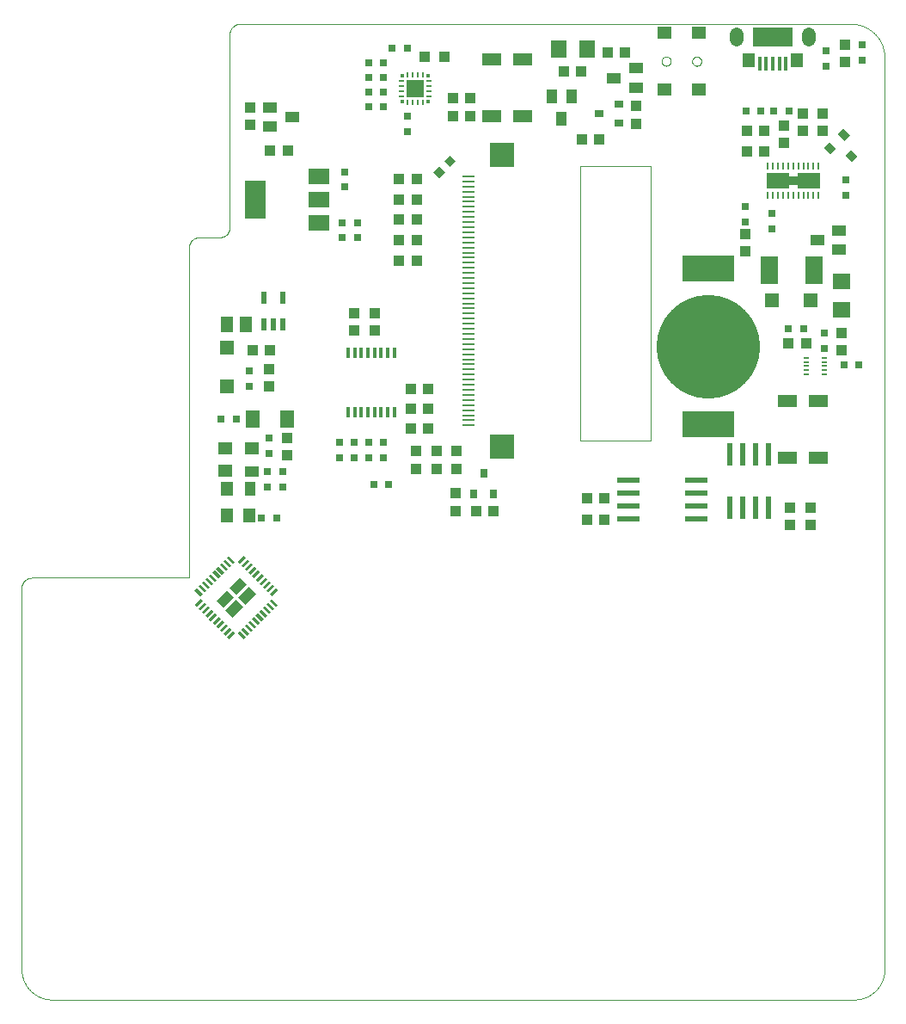
<source format=gbp>
G75*
%MOIN*%
%OFA0B0*%
%FSLAX25Y25*%
%IPPOS*%
%LPD*%
%AMOC8*
5,1,8,0,0,1.08239X$1,22.5*
%
%ADD10C,0.00000*%
%ADD11R,0.04331X0.03937*%
%ADD12R,0.08661X0.02362*%
%ADD13R,0.03937X0.04331*%
%ADD14R,0.03150X0.03150*%
%ADD15R,0.02362X0.08661*%
%ADD16R,0.07400X0.05000*%
%ADD17R,0.04921X0.00984*%
%ADD18R,0.09449X0.09449*%
%ADD19R,0.15748X0.07480*%
%ADD20R,0.01575X0.05512*%
%ADD21R,0.04528X0.05709*%
%ADD22C,0.05315*%
%ADD23R,0.07900X0.05900*%
%ADD24R,0.07900X0.15000*%
%ADD25R,0.02165X0.04724*%
%ADD26R,0.05118X0.05906*%
%ADD27R,0.05512X0.05512*%
%ADD28R,0.05709X0.04724*%
%ADD29R,0.05709X0.03937*%
%ADD30R,0.04724X0.05709*%
%ADD31R,0.03937X0.05709*%
%ADD32R,0.05512X0.07087*%
%ADD33C,0.40157*%
%ADD34R,0.20079X0.09843*%
%ADD35R,0.03150X0.03543*%
%ADD36R,0.01200X0.03900*%
%ADD37R,0.03937X0.05906*%
%ADD38R,0.03346X0.01102*%
%ADD39R,0.00984X0.02756*%
%ADD40R,0.08661X0.06496*%
%ADD41R,0.03543X0.03543*%
%ADD42R,0.07087X0.10630*%
%ADD43R,0.07087X0.06299*%
%ADD44R,0.05512X0.03937*%
%ADD45R,0.03150X0.03150*%
%ADD46R,0.03543X0.03150*%
%ADD47R,0.03937X0.05512*%
%ADD48R,0.06299X0.07087*%
%ADD49R,0.05512X0.04724*%
%ADD50R,0.06693X0.06693*%
%ADD51R,0.01339X0.01339*%
%ADD52R,0.01102X0.02402*%
%ADD53R,0.02402X0.01102*%
%ADD54R,0.03937X0.03937*%
%ADD55R,0.02362X0.00886*%
D10*
X0013311Y0001500D02*
X0324335Y0001500D01*
X0324620Y0001503D01*
X0324906Y0001514D01*
X0325191Y0001531D01*
X0325475Y0001555D01*
X0325759Y0001586D01*
X0326042Y0001624D01*
X0326323Y0001669D01*
X0326604Y0001720D01*
X0326884Y0001778D01*
X0327162Y0001843D01*
X0327438Y0001915D01*
X0327712Y0001993D01*
X0327985Y0002078D01*
X0328255Y0002170D01*
X0328523Y0002268D01*
X0328789Y0002372D01*
X0329052Y0002483D01*
X0329312Y0002600D01*
X0329570Y0002723D01*
X0329824Y0002853D01*
X0330075Y0002989D01*
X0330323Y0003130D01*
X0330567Y0003278D01*
X0330808Y0003431D01*
X0331044Y0003591D01*
X0331277Y0003756D01*
X0331506Y0003926D01*
X0331731Y0004102D01*
X0331951Y0004284D01*
X0332167Y0004470D01*
X0332378Y0004662D01*
X0332585Y0004859D01*
X0332787Y0005061D01*
X0332984Y0005268D01*
X0333176Y0005479D01*
X0333362Y0005695D01*
X0333544Y0005915D01*
X0333720Y0006140D01*
X0333890Y0006369D01*
X0334055Y0006602D01*
X0334215Y0006838D01*
X0334368Y0007079D01*
X0334516Y0007323D01*
X0334657Y0007571D01*
X0334793Y0007822D01*
X0334923Y0008076D01*
X0335046Y0008334D01*
X0335163Y0008594D01*
X0335274Y0008857D01*
X0335378Y0009123D01*
X0335476Y0009391D01*
X0335568Y0009661D01*
X0335653Y0009934D01*
X0335731Y0010208D01*
X0335803Y0010484D01*
X0335868Y0010762D01*
X0335926Y0011042D01*
X0335977Y0011323D01*
X0336022Y0011604D01*
X0336060Y0011887D01*
X0336091Y0012171D01*
X0336115Y0012455D01*
X0336132Y0012740D01*
X0336143Y0013026D01*
X0336146Y0013311D01*
X0336146Y0366461D01*
X0336142Y0366775D01*
X0336131Y0367089D01*
X0336112Y0367402D01*
X0336085Y0367715D01*
X0336051Y0368027D01*
X0336010Y0368338D01*
X0335961Y0368648D01*
X0335904Y0368957D01*
X0335840Y0369264D01*
X0335768Y0369570D01*
X0335690Y0369874D01*
X0335604Y0370176D01*
X0335510Y0370476D01*
X0335410Y0370773D01*
X0335302Y0371068D01*
X0335187Y0371360D01*
X0335065Y0371650D01*
X0334936Y0371936D01*
X0334800Y0372219D01*
X0334658Y0372499D01*
X0334509Y0372775D01*
X0334353Y0373047D01*
X0334190Y0373316D01*
X0334021Y0373581D01*
X0333846Y0373841D01*
X0333665Y0374098D01*
X0333477Y0374349D01*
X0333284Y0374596D01*
X0333084Y0374839D01*
X0332879Y0375076D01*
X0332668Y0375309D01*
X0332451Y0375536D01*
X0332229Y0375758D01*
X0332002Y0375975D01*
X0331769Y0376186D01*
X0331532Y0376391D01*
X0331289Y0376591D01*
X0331042Y0376784D01*
X0330791Y0376972D01*
X0330534Y0377153D01*
X0330274Y0377328D01*
X0330009Y0377497D01*
X0329740Y0377660D01*
X0329468Y0377816D01*
X0329192Y0377965D01*
X0328912Y0378107D01*
X0328629Y0378243D01*
X0328343Y0378372D01*
X0328053Y0378494D01*
X0327761Y0378609D01*
X0327466Y0378717D01*
X0327169Y0378817D01*
X0326869Y0378911D01*
X0326567Y0378997D01*
X0326263Y0379075D01*
X0325957Y0379147D01*
X0325650Y0379211D01*
X0325341Y0379268D01*
X0325031Y0379317D01*
X0324720Y0379358D01*
X0324408Y0379392D01*
X0324095Y0379419D01*
X0323782Y0379438D01*
X0323468Y0379449D01*
X0323154Y0379453D01*
X0086151Y0379453D01*
X0086027Y0379451D01*
X0085903Y0379445D01*
X0085780Y0379436D01*
X0085657Y0379422D01*
X0085534Y0379404D01*
X0085412Y0379383D01*
X0085291Y0379358D01*
X0085171Y0379329D01*
X0085051Y0379296D01*
X0084933Y0379260D01*
X0084816Y0379220D01*
X0084700Y0379176D01*
X0084585Y0379129D01*
X0084473Y0379078D01*
X0084361Y0379023D01*
X0084252Y0378965D01*
X0084144Y0378904D01*
X0084039Y0378839D01*
X0083935Y0378771D01*
X0083834Y0378700D01*
X0083735Y0378626D01*
X0083638Y0378548D01*
X0083544Y0378468D01*
X0083453Y0378385D01*
X0083364Y0378298D01*
X0083277Y0378209D01*
X0083194Y0378118D01*
X0083114Y0378024D01*
X0083036Y0377927D01*
X0082962Y0377828D01*
X0082891Y0377727D01*
X0082823Y0377623D01*
X0082758Y0377518D01*
X0082697Y0377410D01*
X0082639Y0377301D01*
X0082584Y0377189D01*
X0082533Y0377077D01*
X0082486Y0376962D01*
X0082442Y0376846D01*
X0082402Y0376729D01*
X0082366Y0376611D01*
X0082333Y0376491D01*
X0082304Y0376371D01*
X0082279Y0376250D01*
X0082258Y0376128D01*
X0082240Y0376005D01*
X0082226Y0375882D01*
X0082217Y0375759D01*
X0082211Y0375635D01*
X0082209Y0375511D01*
X0082209Y0300713D01*
X0082207Y0300589D01*
X0082201Y0300466D01*
X0082192Y0300342D01*
X0082178Y0300220D01*
X0082161Y0300097D01*
X0082139Y0299975D01*
X0082114Y0299854D01*
X0082085Y0299734D01*
X0082053Y0299615D01*
X0082016Y0299496D01*
X0081976Y0299379D01*
X0081933Y0299264D01*
X0081885Y0299149D01*
X0081834Y0299037D01*
X0081780Y0298926D01*
X0081722Y0298816D01*
X0081661Y0298709D01*
X0081596Y0298603D01*
X0081528Y0298500D01*
X0081457Y0298399D01*
X0081383Y0298300D01*
X0081306Y0298203D01*
X0081225Y0298109D01*
X0081142Y0298018D01*
X0081056Y0297929D01*
X0080967Y0297843D01*
X0080876Y0297760D01*
X0080782Y0297679D01*
X0080685Y0297602D01*
X0080586Y0297528D01*
X0080485Y0297457D01*
X0080382Y0297389D01*
X0080276Y0297324D01*
X0080169Y0297263D01*
X0080059Y0297205D01*
X0079948Y0297151D01*
X0079836Y0297100D01*
X0079721Y0297052D01*
X0079606Y0297009D01*
X0079489Y0296969D01*
X0079370Y0296932D01*
X0079251Y0296900D01*
X0079131Y0296871D01*
X0079010Y0296846D01*
X0078888Y0296824D01*
X0078765Y0296807D01*
X0078643Y0296793D01*
X0078519Y0296784D01*
X0078396Y0296778D01*
X0078272Y0296776D01*
X0070403Y0296776D01*
X0070279Y0296774D01*
X0070155Y0296768D01*
X0070032Y0296759D01*
X0069909Y0296745D01*
X0069786Y0296727D01*
X0069664Y0296706D01*
X0069543Y0296681D01*
X0069423Y0296652D01*
X0069303Y0296619D01*
X0069185Y0296583D01*
X0069068Y0296543D01*
X0068952Y0296499D01*
X0068837Y0296452D01*
X0068725Y0296401D01*
X0068613Y0296346D01*
X0068504Y0296288D01*
X0068396Y0296227D01*
X0068291Y0296162D01*
X0068187Y0296094D01*
X0068086Y0296023D01*
X0067987Y0295949D01*
X0067890Y0295871D01*
X0067796Y0295791D01*
X0067705Y0295708D01*
X0067616Y0295621D01*
X0067529Y0295532D01*
X0067446Y0295441D01*
X0067366Y0295347D01*
X0067288Y0295250D01*
X0067214Y0295151D01*
X0067143Y0295050D01*
X0067075Y0294946D01*
X0067010Y0294841D01*
X0066949Y0294733D01*
X0066891Y0294624D01*
X0066836Y0294512D01*
X0066785Y0294400D01*
X0066738Y0294285D01*
X0066694Y0294169D01*
X0066654Y0294052D01*
X0066618Y0293934D01*
X0066585Y0293814D01*
X0066556Y0293694D01*
X0066531Y0293573D01*
X0066510Y0293451D01*
X0066492Y0293328D01*
X0066478Y0293205D01*
X0066469Y0293082D01*
X0066463Y0292958D01*
X0066461Y0292834D01*
X0066461Y0164886D01*
X0005442Y0164886D01*
X0005318Y0164884D01*
X0005194Y0164878D01*
X0005071Y0164869D01*
X0004948Y0164855D01*
X0004825Y0164837D01*
X0004703Y0164816D01*
X0004582Y0164791D01*
X0004462Y0164762D01*
X0004342Y0164729D01*
X0004224Y0164693D01*
X0004107Y0164653D01*
X0003991Y0164609D01*
X0003876Y0164562D01*
X0003764Y0164511D01*
X0003652Y0164456D01*
X0003543Y0164398D01*
X0003435Y0164337D01*
X0003330Y0164272D01*
X0003226Y0164204D01*
X0003125Y0164133D01*
X0003026Y0164059D01*
X0002929Y0163981D01*
X0002835Y0163901D01*
X0002744Y0163818D01*
X0002655Y0163731D01*
X0002568Y0163642D01*
X0002485Y0163551D01*
X0002405Y0163457D01*
X0002327Y0163360D01*
X0002253Y0163261D01*
X0002182Y0163160D01*
X0002114Y0163056D01*
X0002049Y0162951D01*
X0001988Y0162843D01*
X0001930Y0162734D01*
X0001875Y0162622D01*
X0001824Y0162510D01*
X0001777Y0162395D01*
X0001733Y0162279D01*
X0001693Y0162162D01*
X0001657Y0162044D01*
X0001624Y0161924D01*
X0001595Y0161804D01*
X0001570Y0161683D01*
X0001549Y0161561D01*
X0001531Y0161438D01*
X0001517Y0161315D01*
X0001508Y0161192D01*
X0001502Y0161068D01*
X0001500Y0160944D01*
X0001500Y0013311D01*
X0001503Y0013026D01*
X0001514Y0012740D01*
X0001531Y0012455D01*
X0001555Y0012171D01*
X0001586Y0011887D01*
X0001624Y0011604D01*
X0001669Y0011323D01*
X0001720Y0011042D01*
X0001778Y0010762D01*
X0001843Y0010484D01*
X0001915Y0010208D01*
X0001993Y0009934D01*
X0002078Y0009661D01*
X0002170Y0009391D01*
X0002268Y0009123D01*
X0002372Y0008857D01*
X0002483Y0008594D01*
X0002600Y0008334D01*
X0002723Y0008076D01*
X0002853Y0007822D01*
X0002989Y0007571D01*
X0003130Y0007323D01*
X0003278Y0007079D01*
X0003431Y0006838D01*
X0003591Y0006602D01*
X0003756Y0006369D01*
X0003926Y0006140D01*
X0004102Y0005915D01*
X0004284Y0005695D01*
X0004470Y0005479D01*
X0004662Y0005268D01*
X0004859Y0005061D01*
X0005061Y0004859D01*
X0005268Y0004662D01*
X0005479Y0004470D01*
X0005695Y0004284D01*
X0005915Y0004102D01*
X0006140Y0003926D01*
X0006369Y0003756D01*
X0006602Y0003591D01*
X0006838Y0003431D01*
X0007079Y0003278D01*
X0007323Y0003130D01*
X0007571Y0002989D01*
X0007822Y0002853D01*
X0008076Y0002723D01*
X0008334Y0002600D01*
X0008594Y0002483D01*
X0008857Y0002372D01*
X0009123Y0002268D01*
X0009391Y0002170D01*
X0009661Y0002078D01*
X0009934Y0001993D01*
X0010208Y0001915D01*
X0010484Y0001843D01*
X0010762Y0001778D01*
X0011042Y0001720D01*
X0011323Y0001669D01*
X0011604Y0001624D01*
X0011887Y0001586D01*
X0012171Y0001555D01*
X0012455Y0001531D01*
X0012740Y0001514D01*
X0013026Y0001503D01*
X0013311Y0001500D01*
X0218035Y0218036D02*
X0218035Y0324532D01*
X0245594Y0324532D01*
X0245594Y0218036D01*
X0218035Y0218036D01*
X0249728Y0364985D02*
X0249730Y0365069D01*
X0249736Y0365152D01*
X0249746Y0365235D01*
X0249760Y0365318D01*
X0249777Y0365400D01*
X0249799Y0365481D01*
X0249824Y0365560D01*
X0249853Y0365639D01*
X0249886Y0365716D01*
X0249922Y0365791D01*
X0249962Y0365865D01*
X0250005Y0365937D01*
X0250052Y0366006D01*
X0250102Y0366073D01*
X0250155Y0366138D01*
X0250211Y0366200D01*
X0250269Y0366260D01*
X0250331Y0366317D01*
X0250395Y0366370D01*
X0250462Y0366421D01*
X0250531Y0366468D01*
X0250602Y0366513D01*
X0250675Y0366553D01*
X0250750Y0366590D01*
X0250827Y0366624D01*
X0250905Y0366654D01*
X0250984Y0366680D01*
X0251065Y0366703D01*
X0251147Y0366721D01*
X0251229Y0366736D01*
X0251312Y0366747D01*
X0251395Y0366754D01*
X0251479Y0366757D01*
X0251563Y0366756D01*
X0251646Y0366751D01*
X0251730Y0366742D01*
X0251812Y0366729D01*
X0251894Y0366713D01*
X0251975Y0366692D01*
X0252056Y0366668D01*
X0252134Y0366640D01*
X0252212Y0366608D01*
X0252288Y0366572D01*
X0252362Y0366533D01*
X0252434Y0366491D01*
X0252504Y0366445D01*
X0252572Y0366396D01*
X0252637Y0366344D01*
X0252700Y0366289D01*
X0252760Y0366231D01*
X0252818Y0366170D01*
X0252872Y0366106D01*
X0252924Y0366040D01*
X0252972Y0365972D01*
X0253017Y0365901D01*
X0253058Y0365828D01*
X0253097Y0365754D01*
X0253131Y0365678D01*
X0253162Y0365600D01*
X0253189Y0365521D01*
X0253213Y0365440D01*
X0253232Y0365359D01*
X0253248Y0365277D01*
X0253260Y0365194D01*
X0253268Y0365110D01*
X0253272Y0365027D01*
X0253272Y0364943D01*
X0253268Y0364860D01*
X0253260Y0364776D01*
X0253248Y0364693D01*
X0253232Y0364611D01*
X0253213Y0364530D01*
X0253189Y0364449D01*
X0253162Y0364370D01*
X0253131Y0364292D01*
X0253097Y0364216D01*
X0253058Y0364142D01*
X0253017Y0364069D01*
X0252972Y0363998D01*
X0252924Y0363930D01*
X0252872Y0363864D01*
X0252818Y0363800D01*
X0252760Y0363739D01*
X0252700Y0363681D01*
X0252637Y0363626D01*
X0252572Y0363574D01*
X0252504Y0363525D01*
X0252434Y0363479D01*
X0252362Y0363437D01*
X0252288Y0363398D01*
X0252212Y0363362D01*
X0252134Y0363330D01*
X0252056Y0363302D01*
X0251975Y0363278D01*
X0251894Y0363257D01*
X0251812Y0363241D01*
X0251730Y0363228D01*
X0251646Y0363219D01*
X0251563Y0363214D01*
X0251479Y0363213D01*
X0251395Y0363216D01*
X0251312Y0363223D01*
X0251229Y0363234D01*
X0251147Y0363249D01*
X0251065Y0363267D01*
X0250984Y0363290D01*
X0250905Y0363316D01*
X0250827Y0363346D01*
X0250750Y0363380D01*
X0250675Y0363417D01*
X0250602Y0363457D01*
X0250531Y0363502D01*
X0250462Y0363549D01*
X0250395Y0363600D01*
X0250331Y0363653D01*
X0250269Y0363710D01*
X0250211Y0363770D01*
X0250155Y0363832D01*
X0250102Y0363897D01*
X0250052Y0363964D01*
X0250005Y0364033D01*
X0249962Y0364105D01*
X0249922Y0364179D01*
X0249886Y0364254D01*
X0249853Y0364331D01*
X0249824Y0364410D01*
X0249799Y0364489D01*
X0249777Y0364570D01*
X0249760Y0364652D01*
X0249746Y0364735D01*
X0249736Y0364818D01*
X0249730Y0364901D01*
X0249728Y0364985D01*
X0261539Y0364985D02*
X0261541Y0365069D01*
X0261547Y0365152D01*
X0261557Y0365235D01*
X0261571Y0365318D01*
X0261588Y0365400D01*
X0261610Y0365481D01*
X0261635Y0365560D01*
X0261664Y0365639D01*
X0261697Y0365716D01*
X0261733Y0365791D01*
X0261773Y0365865D01*
X0261816Y0365937D01*
X0261863Y0366006D01*
X0261913Y0366073D01*
X0261966Y0366138D01*
X0262022Y0366200D01*
X0262080Y0366260D01*
X0262142Y0366317D01*
X0262206Y0366370D01*
X0262273Y0366421D01*
X0262342Y0366468D01*
X0262413Y0366513D01*
X0262486Y0366553D01*
X0262561Y0366590D01*
X0262638Y0366624D01*
X0262716Y0366654D01*
X0262795Y0366680D01*
X0262876Y0366703D01*
X0262958Y0366721D01*
X0263040Y0366736D01*
X0263123Y0366747D01*
X0263206Y0366754D01*
X0263290Y0366757D01*
X0263374Y0366756D01*
X0263457Y0366751D01*
X0263541Y0366742D01*
X0263623Y0366729D01*
X0263705Y0366713D01*
X0263786Y0366692D01*
X0263867Y0366668D01*
X0263945Y0366640D01*
X0264023Y0366608D01*
X0264099Y0366572D01*
X0264173Y0366533D01*
X0264245Y0366491D01*
X0264315Y0366445D01*
X0264383Y0366396D01*
X0264448Y0366344D01*
X0264511Y0366289D01*
X0264571Y0366231D01*
X0264629Y0366170D01*
X0264683Y0366106D01*
X0264735Y0366040D01*
X0264783Y0365972D01*
X0264828Y0365901D01*
X0264869Y0365828D01*
X0264908Y0365754D01*
X0264942Y0365678D01*
X0264973Y0365600D01*
X0265000Y0365521D01*
X0265024Y0365440D01*
X0265043Y0365359D01*
X0265059Y0365277D01*
X0265071Y0365194D01*
X0265079Y0365110D01*
X0265083Y0365027D01*
X0265083Y0364943D01*
X0265079Y0364860D01*
X0265071Y0364776D01*
X0265059Y0364693D01*
X0265043Y0364611D01*
X0265024Y0364530D01*
X0265000Y0364449D01*
X0264973Y0364370D01*
X0264942Y0364292D01*
X0264908Y0364216D01*
X0264869Y0364142D01*
X0264828Y0364069D01*
X0264783Y0363998D01*
X0264735Y0363930D01*
X0264683Y0363864D01*
X0264629Y0363800D01*
X0264571Y0363739D01*
X0264511Y0363681D01*
X0264448Y0363626D01*
X0264383Y0363574D01*
X0264315Y0363525D01*
X0264245Y0363479D01*
X0264173Y0363437D01*
X0264099Y0363398D01*
X0264023Y0363362D01*
X0263945Y0363330D01*
X0263867Y0363302D01*
X0263786Y0363278D01*
X0263705Y0363257D01*
X0263623Y0363241D01*
X0263541Y0363228D01*
X0263457Y0363219D01*
X0263374Y0363214D01*
X0263290Y0363213D01*
X0263206Y0363216D01*
X0263123Y0363223D01*
X0263040Y0363234D01*
X0262958Y0363249D01*
X0262876Y0363267D01*
X0262795Y0363290D01*
X0262716Y0363316D01*
X0262638Y0363346D01*
X0262561Y0363380D01*
X0262486Y0363417D01*
X0262413Y0363457D01*
X0262342Y0363502D01*
X0262273Y0363549D01*
X0262206Y0363600D01*
X0262142Y0363653D01*
X0262080Y0363710D01*
X0262022Y0363770D01*
X0261966Y0363832D01*
X0261913Y0363897D01*
X0261863Y0363964D01*
X0261816Y0364033D01*
X0261773Y0364105D01*
X0261733Y0364179D01*
X0261697Y0364254D01*
X0261664Y0364331D01*
X0261635Y0364410D01*
X0261610Y0364489D01*
X0261588Y0364570D01*
X0261571Y0364652D01*
X0261557Y0364735D01*
X0261547Y0364818D01*
X0261541Y0364901D01*
X0261539Y0364985D01*
D11*
X0239886Y0347563D03*
X0239886Y0340870D03*
X0282110Y0297957D03*
X0282110Y0291264D03*
X0297071Y0333292D03*
X0297071Y0339985D03*
X0304354Y0338115D03*
X0304354Y0344807D03*
X0312130Y0344807D03*
X0312130Y0338115D03*
X0320693Y0364591D03*
X0320693Y0371284D03*
X0319512Y0259768D03*
X0319512Y0253075D03*
X0307307Y0192150D03*
X0307307Y0185457D03*
X0299335Y0185457D03*
X0299335Y0192150D03*
X0169807Y0190870D03*
X0169807Y0197563D03*
X0170201Y0207209D03*
X0170201Y0213902D03*
X0162327Y0213902D03*
X0162327Y0207209D03*
X0154551Y0207209D03*
X0154551Y0213902D03*
X0138508Y0260654D03*
X0138508Y0267347D03*
X0130535Y0267347D03*
X0130535Y0260654D03*
X0097563Y0245792D03*
X0097563Y0239099D03*
X0104354Y0218922D03*
X0104354Y0212229D03*
X0089984Y0340280D03*
X0089984Y0346973D03*
D12*
X0236913Y0202603D03*
X0236913Y0197603D03*
X0236913Y0192603D03*
X0236913Y0187603D03*
X0263134Y0187603D03*
X0263134Y0192603D03*
X0263134Y0197603D03*
X0263134Y0202603D03*
D13*
X0227583Y0195595D03*
X0220890Y0195595D03*
X0220791Y0187524D03*
X0227484Y0187524D03*
X0184374Y0190870D03*
X0177681Y0190870D03*
X0159276Y0222662D03*
X0152583Y0222662D03*
X0152583Y0230437D03*
X0159276Y0230437D03*
X0159276Y0238213D03*
X0152583Y0238213D03*
X0154650Y0287721D03*
X0147957Y0287721D03*
X0147957Y0295693D03*
X0154650Y0295693D03*
X0154650Y0303567D03*
X0147957Y0303567D03*
X0147957Y0311540D03*
X0154650Y0311540D03*
X0154650Y0319512D03*
X0147957Y0319512D03*
X0168823Y0343626D03*
X0175516Y0343626D03*
X0175516Y0350811D03*
X0168823Y0350811D03*
X0211736Y0360949D03*
X0218429Y0360949D03*
X0228665Y0368528D03*
X0235358Y0368528D03*
X0225614Y0334768D03*
X0218921Y0334768D03*
X0282701Y0338016D03*
X0289394Y0338016D03*
X0289394Y0330142D03*
X0282701Y0330142D03*
X0298941Y0255733D03*
X0305634Y0255733D03*
X0104650Y0330437D03*
X0097957Y0330437D03*
X0097760Y0253075D03*
X0091067Y0253075D03*
D14*
X0089886Y0245103D03*
X0089886Y0239197D03*
X0084866Y0226304D03*
X0078961Y0226304D03*
X0097366Y0218922D03*
X0097366Y0213016D03*
X0096776Y0206028D03*
X0102681Y0206028D03*
X0102681Y0200122D03*
X0096776Y0200122D03*
X0094610Y0187918D03*
X0100516Y0187918D03*
X0124827Y0211343D03*
X0130437Y0211343D03*
X0136047Y0211343D03*
X0141657Y0211343D03*
X0141657Y0217248D03*
X0136047Y0217248D03*
X0130437Y0217248D03*
X0124827Y0217248D03*
X0138016Y0201107D03*
X0143921Y0201107D03*
X0131815Y0296579D03*
X0131815Y0302485D03*
X0125909Y0302485D03*
X0125909Y0296579D03*
X0126894Y0316264D03*
X0126894Y0322170D03*
X0136047Y0347465D03*
X0136047Y0353075D03*
X0136047Y0358685D03*
X0136047Y0364296D03*
X0141953Y0364296D03*
X0141953Y0358685D03*
X0141953Y0353075D03*
X0141953Y0347465D03*
X0151106Y0343725D03*
X0151106Y0337819D03*
X0151106Y0370201D03*
X0145201Y0370201D03*
X0282307Y0345792D03*
X0288213Y0345792D03*
X0293134Y0345792D03*
X0299039Y0345792D03*
X0313311Y0363115D03*
X0313311Y0369020D03*
X0327386Y0371284D03*
X0327386Y0365378D03*
X0321087Y0319020D03*
X0321087Y0313115D03*
X0292346Y0306028D03*
X0292346Y0300122D03*
X0282110Y0302780D03*
X0282110Y0308685D03*
X0298941Y0261244D03*
X0304846Y0261244D03*
X0312720Y0259670D03*
X0312720Y0253764D03*
X0320299Y0247367D03*
X0326205Y0247367D03*
D15*
X0291087Y0212622D03*
X0286087Y0212622D03*
X0281087Y0212622D03*
X0276087Y0212622D03*
X0276087Y0192150D03*
X0281087Y0192150D03*
X0286087Y0192150D03*
X0291087Y0192150D03*
D16*
X0298472Y0211268D03*
X0310472Y0211268D03*
X0310472Y0233268D03*
X0298472Y0233268D03*
X0195689Y0343552D03*
X0183689Y0343552D03*
X0183689Y0365552D03*
X0195689Y0365552D03*
D17*
X0174925Y0320398D03*
X0174925Y0318430D03*
X0174925Y0316461D03*
X0174925Y0314493D03*
X0174925Y0312524D03*
X0174925Y0310555D03*
X0174925Y0308587D03*
X0174925Y0306618D03*
X0174925Y0304650D03*
X0174925Y0302681D03*
X0174925Y0300713D03*
X0174925Y0298744D03*
X0174925Y0296776D03*
X0174925Y0294807D03*
X0174925Y0292839D03*
X0174925Y0290870D03*
X0174925Y0288902D03*
X0174925Y0286933D03*
X0174925Y0284965D03*
X0174925Y0282996D03*
X0174925Y0281028D03*
X0174925Y0279059D03*
X0174925Y0277091D03*
X0174925Y0275122D03*
X0174925Y0273154D03*
X0174925Y0271185D03*
X0174925Y0269217D03*
X0174925Y0267248D03*
X0174925Y0265280D03*
X0174925Y0263311D03*
X0174925Y0261343D03*
X0174925Y0259374D03*
X0174925Y0257406D03*
X0174925Y0255437D03*
X0174925Y0253469D03*
X0174925Y0251500D03*
X0174925Y0249532D03*
X0174925Y0247563D03*
X0174925Y0245595D03*
X0174925Y0243626D03*
X0174925Y0241658D03*
X0174925Y0239689D03*
X0174925Y0237721D03*
X0174925Y0235752D03*
X0174925Y0233784D03*
X0174925Y0231815D03*
X0174925Y0229847D03*
X0174925Y0227878D03*
X0174925Y0225910D03*
X0174925Y0223941D03*
D18*
X0187720Y0215674D03*
X0187720Y0328666D03*
D19*
X0292839Y0374335D03*
D20*
X0292839Y0363902D03*
X0295398Y0363902D03*
X0297957Y0363902D03*
X0290280Y0363902D03*
X0287720Y0363902D03*
D21*
X0283390Y0365477D03*
X0302287Y0365477D03*
D22*
X0306815Y0373252D02*
X0306815Y0375418D01*
X0306815Y0375418D01*
X0306815Y0373252D01*
X0306815Y0373252D01*
X0278862Y0373252D02*
X0278862Y0375418D01*
X0278862Y0375418D01*
X0278862Y0373252D01*
X0278862Y0373252D01*
D23*
X0116853Y0320440D03*
X0116853Y0311440D03*
X0116853Y0302440D03*
D24*
X0092053Y0311540D03*
D25*
X0095299Y0273449D03*
X0102780Y0273449D03*
X0102780Y0263213D03*
X0099039Y0263213D03*
X0095299Y0263213D03*
D26*
X0088606Y0263213D03*
X0081126Y0263213D03*
D27*
X0081126Y0254158D03*
X0081126Y0239197D03*
X0292445Y0272268D03*
X0307406Y0272268D03*
D28*
X0090772Y0215083D03*
X0080535Y0215083D03*
X0080535Y0206422D03*
D29*
X0090772Y0206028D03*
D30*
X0081028Y0199335D03*
X0081028Y0189099D03*
X0089689Y0189099D03*
D31*
X0090083Y0199335D03*
D32*
X0091067Y0226304D03*
X0104453Y0226304D03*
D33*
X0267642Y0254453D03*
D34*
X0267642Y0284571D03*
X0267642Y0224335D03*
D35*
X0184374Y0197465D03*
X0176894Y0197465D03*
X0180634Y0205339D03*
G36*
X0317432Y0331128D02*
X0315205Y0328901D01*
X0312702Y0331404D01*
X0314929Y0333631D01*
X0317432Y0331128D01*
G37*
G36*
X0322722Y0336417D02*
X0320495Y0334190D01*
X0317992Y0336693D01*
X0320219Y0338920D01*
X0322722Y0336417D01*
G37*
G36*
X0325645Y0328204D02*
X0323418Y0325977D01*
X0320915Y0328480D01*
X0323142Y0330707D01*
X0325645Y0328204D01*
G37*
D36*
X0145988Y0252063D03*
X0143429Y0252063D03*
X0140870Y0252063D03*
X0138311Y0252063D03*
X0135752Y0252063D03*
X0133193Y0252063D03*
X0130634Y0252063D03*
X0128075Y0252063D03*
X0128075Y0229088D03*
X0130634Y0229088D03*
X0133193Y0229088D03*
X0135752Y0229088D03*
X0138311Y0229088D03*
X0140870Y0229088D03*
X0143429Y0229088D03*
X0145988Y0229088D03*
D37*
G36*
X0084768Y0158143D02*
X0081985Y0160926D01*
X0086160Y0165101D01*
X0088943Y0162318D01*
X0084768Y0158143D01*
G37*
G36*
X0088387Y0154524D02*
X0085604Y0157307D01*
X0089779Y0161482D01*
X0092562Y0158699D01*
X0088387Y0154524D01*
G37*
G36*
X0083376Y0149513D02*
X0080593Y0152296D01*
X0084768Y0156471D01*
X0087551Y0153688D01*
X0083376Y0149513D01*
G37*
G36*
X0079757Y0153132D02*
X0076974Y0155915D01*
X0081149Y0160090D01*
X0083932Y0157307D01*
X0079757Y0153132D01*
G37*
D38*
G36*
X0077292Y0150445D02*
X0074927Y0148080D01*
X0074148Y0148859D01*
X0076513Y0151224D01*
X0077292Y0150445D01*
G37*
G36*
X0078684Y0149053D02*
X0076319Y0146688D01*
X0075540Y0147467D01*
X0077905Y0149832D01*
X0078684Y0149053D01*
G37*
G36*
X0080076Y0147661D02*
X0077711Y0145296D01*
X0076932Y0146075D01*
X0079297Y0148440D01*
X0080076Y0147661D01*
G37*
G36*
X0081468Y0146269D02*
X0079103Y0143904D01*
X0078324Y0144683D01*
X0080689Y0147048D01*
X0081468Y0146269D01*
G37*
G36*
X0082860Y0144877D02*
X0080495Y0142512D01*
X0079716Y0143291D01*
X0082081Y0145656D01*
X0082860Y0144877D01*
G37*
G36*
X0084252Y0143485D02*
X0081887Y0141120D01*
X0081108Y0141899D01*
X0083473Y0144264D01*
X0084252Y0143485D01*
G37*
G36*
X0087649Y0141120D02*
X0085284Y0143485D01*
X0086063Y0144264D01*
X0088428Y0141899D01*
X0087649Y0141120D01*
G37*
G36*
X0089041Y0142512D02*
X0086676Y0144877D01*
X0087455Y0145656D01*
X0089820Y0143291D01*
X0089041Y0142512D01*
G37*
G36*
X0090433Y0143904D02*
X0088068Y0146269D01*
X0088847Y0147048D01*
X0091212Y0144683D01*
X0090433Y0143904D01*
G37*
G36*
X0091824Y0145296D02*
X0089459Y0147661D01*
X0090238Y0148440D01*
X0092603Y0146075D01*
X0091824Y0145296D01*
G37*
G36*
X0093216Y0146688D02*
X0090851Y0149053D01*
X0091630Y0149832D01*
X0093995Y0147467D01*
X0093216Y0146688D01*
G37*
G36*
X0094608Y0148080D02*
X0092243Y0150445D01*
X0093022Y0151224D01*
X0095387Y0148859D01*
X0094608Y0148080D01*
G37*
G36*
X0096000Y0149472D02*
X0093635Y0151837D01*
X0094414Y0152616D01*
X0096779Y0150251D01*
X0096000Y0149472D01*
G37*
G36*
X0097392Y0150864D02*
X0095027Y0153229D01*
X0095806Y0154008D01*
X0098171Y0151643D01*
X0097392Y0150864D01*
G37*
G36*
X0098784Y0152256D02*
X0096419Y0154621D01*
X0097198Y0155400D01*
X0099563Y0153035D01*
X0098784Y0152256D01*
G37*
G36*
X0100176Y0153648D02*
X0097811Y0156013D01*
X0098590Y0156792D01*
X0100955Y0154427D01*
X0100176Y0153648D01*
G37*
G36*
X0097811Y0158602D02*
X0100176Y0160967D01*
X0100955Y0160188D01*
X0098590Y0157823D01*
X0097811Y0158602D01*
G37*
G36*
X0096419Y0159994D02*
X0098784Y0162359D01*
X0099563Y0161580D01*
X0097198Y0159215D01*
X0096419Y0159994D01*
G37*
G36*
X0095027Y0161386D02*
X0097392Y0163751D01*
X0098171Y0162972D01*
X0095806Y0160607D01*
X0095027Y0161386D01*
G37*
G36*
X0093635Y0162778D02*
X0096000Y0165143D01*
X0096779Y0164364D01*
X0094414Y0161999D01*
X0093635Y0162778D01*
G37*
G36*
X0092243Y0164170D02*
X0094608Y0166535D01*
X0095387Y0165756D01*
X0093022Y0163391D01*
X0092243Y0164170D01*
G37*
G36*
X0090851Y0165562D02*
X0093216Y0167927D01*
X0093995Y0167148D01*
X0091630Y0164783D01*
X0090851Y0165562D01*
G37*
G36*
X0089459Y0166954D02*
X0091824Y0169319D01*
X0092603Y0168540D01*
X0090238Y0166175D01*
X0089459Y0166954D01*
G37*
G36*
X0088068Y0168346D02*
X0090433Y0170711D01*
X0091212Y0169932D01*
X0088847Y0167567D01*
X0088068Y0168346D01*
G37*
G36*
X0086676Y0169738D02*
X0089041Y0172103D01*
X0089820Y0171324D01*
X0087455Y0168959D01*
X0086676Y0169738D01*
G37*
G36*
X0085284Y0171130D02*
X0087649Y0173495D01*
X0088428Y0172716D01*
X0086063Y0170351D01*
X0085284Y0171130D01*
G37*
G36*
X0081887Y0173495D02*
X0084252Y0171130D01*
X0083473Y0170351D01*
X0081108Y0172716D01*
X0081887Y0173495D01*
G37*
G36*
X0080495Y0172103D02*
X0082860Y0169738D01*
X0082081Y0168959D01*
X0079716Y0171324D01*
X0080495Y0172103D01*
G37*
G36*
X0079103Y0170711D02*
X0081468Y0168346D01*
X0080689Y0167567D01*
X0078324Y0169932D01*
X0079103Y0170711D01*
G37*
G36*
X0077711Y0169319D02*
X0080076Y0166954D01*
X0079297Y0166175D01*
X0076932Y0168540D01*
X0077711Y0169319D01*
G37*
G36*
X0076319Y0167927D02*
X0078684Y0165562D01*
X0077905Y0164783D01*
X0075540Y0167148D01*
X0076319Y0167927D01*
G37*
G36*
X0074927Y0166535D02*
X0077292Y0164170D01*
X0076513Y0163391D01*
X0074148Y0165756D01*
X0074927Y0166535D01*
G37*
G36*
X0073535Y0165143D02*
X0075900Y0162778D01*
X0075121Y0161999D01*
X0072756Y0164364D01*
X0073535Y0165143D01*
G37*
G36*
X0072143Y0163751D02*
X0074508Y0161386D01*
X0073729Y0160607D01*
X0071364Y0162972D01*
X0072143Y0163751D01*
G37*
G36*
X0070751Y0162359D02*
X0073116Y0159994D01*
X0072337Y0159215D01*
X0069972Y0161580D01*
X0070751Y0162359D01*
G37*
G36*
X0069359Y0160967D02*
X0071724Y0158602D01*
X0070945Y0157823D01*
X0068580Y0160188D01*
X0069359Y0160967D01*
G37*
G36*
X0071724Y0156013D02*
X0069359Y0153648D01*
X0068580Y0154427D01*
X0070945Y0156792D01*
X0071724Y0156013D01*
G37*
G36*
X0073116Y0154621D02*
X0070751Y0152256D01*
X0069972Y0153035D01*
X0072337Y0155400D01*
X0073116Y0154621D01*
G37*
G36*
X0074508Y0153229D02*
X0072143Y0150864D01*
X0071364Y0151643D01*
X0073729Y0154008D01*
X0074508Y0153229D01*
G37*
G36*
X0075900Y0151837D02*
X0073535Y0149472D01*
X0072756Y0150251D01*
X0075121Y0152616D01*
X0075900Y0151837D01*
G37*
D39*
X0290870Y0313115D03*
X0292839Y0313115D03*
X0294807Y0313115D03*
X0296776Y0313115D03*
X0298744Y0313115D03*
X0300713Y0313115D03*
X0302681Y0313115D03*
X0304650Y0313115D03*
X0306618Y0313115D03*
X0308587Y0313115D03*
X0310555Y0313115D03*
X0310555Y0324532D03*
X0308587Y0324532D03*
X0306618Y0324532D03*
X0304650Y0324532D03*
X0302681Y0324532D03*
X0300713Y0324532D03*
X0298744Y0324532D03*
X0296776Y0324532D03*
X0294807Y0324532D03*
X0292839Y0324532D03*
X0290870Y0324532D03*
D40*
X0294807Y0318823D03*
X0306717Y0318823D03*
D41*
X0300713Y0318823D03*
D42*
X0308783Y0283981D03*
X0291461Y0283981D03*
D43*
X0319512Y0279748D03*
X0319512Y0268725D03*
D44*
X0318626Y0291953D03*
X0318626Y0299433D03*
X0309965Y0295693D03*
X0239689Y0354748D03*
X0239689Y0362229D03*
X0231028Y0358489D03*
X0106618Y0343430D03*
X0097957Y0347170D03*
X0097957Y0339689D03*
D45*
G36*
X0165714Y0322050D02*
X0163487Y0319823D01*
X0161260Y0322050D01*
X0163487Y0324277D01*
X0165714Y0322050D01*
G37*
G36*
X0169890Y0326226D02*
X0167663Y0323999D01*
X0165436Y0326226D01*
X0167663Y0328453D01*
X0169890Y0326226D01*
G37*
D46*
X0225319Y0344807D03*
X0233193Y0341067D03*
X0233193Y0348548D03*
D47*
X0214689Y0351500D03*
X0207209Y0351500D03*
X0210949Y0342839D03*
D48*
X0209768Y0369611D03*
X0220791Y0369611D03*
D49*
X0250713Y0375910D03*
X0264098Y0375910D03*
X0264098Y0354059D03*
X0250713Y0354059D03*
D50*
X0154059Y0354453D03*
D51*
X0149059Y0359453D03*
X0149059Y0349453D03*
X0159059Y0349453D03*
X0159059Y0359453D03*
D52*
X0157012Y0359768D03*
X0155043Y0359768D03*
X0153075Y0359768D03*
X0151106Y0359768D03*
X0151106Y0349138D03*
X0153075Y0349138D03*
X0155043Y0349138D03*
X0157012Y0349138D03*
D53*
X0159374Y0351500D03*
X0159374Y0353469D03*
X0159374Y0355437D03*
X0159374Y0357406D03*
X0148744Y0357406D03*
X0148744Y0355437D03*
X0148744Y0353469D03*
X0148744Y0351500D03*
D54*
X0157701Y0366756D03*
X0165575Y0366756D03*
D55*
X0305634Y0250122D03*
X0305634Y0248548D03*
X0305634Y0246973D03*
X0305634Y0245398D03*
X0305634Y0243823D03*
X0312720Y0243823D03*
X0312720Y0245398D03*
X0312720Y0246973D03*
X0312720Y0248548D03*
X0312720Y0250122D03*
M02*

</source>
